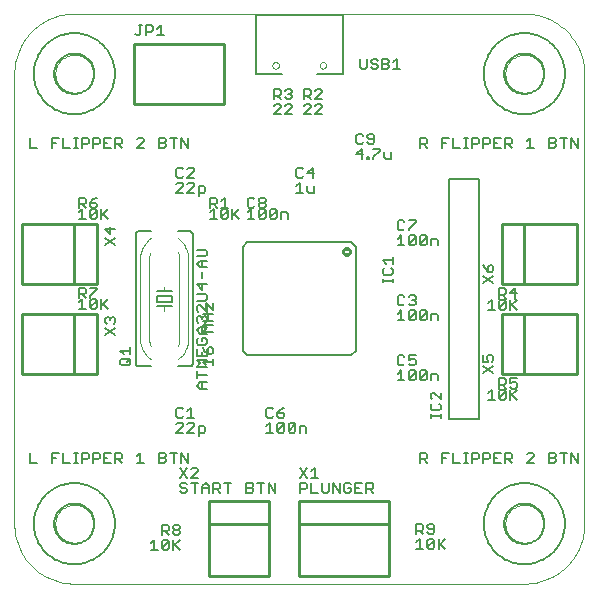
<source format=gto>
G75*
G70*
%OFA0B0*%
%FSLAX24Y24*%
%IPPOS*%
%LPD*%
%AMOC8*
5,1,8,0,0,1.08239X$1,22.5*
%
%ADD10C,0.0000*%
%ADD11C,0.0050*%
%ADD12C,0.0060*%
%ADD13C,0.0100*%
%ADD14C,0.0080*%
%ADD15C,0.0020*%
D10*
X000655Y002655D02*
X000655Y017655D01*
X002025Y017655D02*
X002027Y017705D01*
X002033Y017755D01*
X002043Y017804D01*
X002057Y017852D01*
X002074Y017899D01*
X002095Y017944D01*
X002120Y017988D01*
X002148Y018029D01*
X002180Y018068D01*
X002214Y018105D01*
X002251Y018139D01*
X002291Y018169D01*
X002333Y018196D01*
X002377Y018220D01*
X002423Y018241D01*
X002470Y018257D01*
X002518Y018270D01*
X002568Y018279D01*
X002617Y018284D01*
X002668Y018285D01*
X002718Y018282D01*
X002767Y018275D01*
X002816Y018264D01*
X002864Y018249D01*
X002910Y018231D01*
X002955Y018209D01*
X002998Y018183D01*
X003039Y018154D01*
X003078Y018122D01*
X003114Y018087D01*
X003146Y018049D01*
X003176Y018009D01*
X003203Y017966D01*
X003226Y017922D01*
X003245Y017876D01*
X003261Y017828D01*
X003273Y017779D01*
X003281Y017730D01*
X003285Y017680D01*
X003285Y017630D01*
X003281Y017580D01*
X003273Y017531D01*
X003261Y017482D01*
X003245Y017434D01*
X003226Y017388D01*
X003203Y017344D01*
X003176Y017301D01*
X003146Y017261D01*
X003114Y017223D01*
X003078Y017188D01*
X003039Y017156D01*
X002998Y017127D01*
X002955Y017101D01*
X002910Y017079D01*
X002864Y017061D01*
X002816Y017046D01*
X002767Y017035D01*
X002718Y017028D01*
X002668Y017025D01*
X002617Y017026D01*
X002568Y017031D01*
X002518Y017040D01*
X002470Y017053D01*
X002423Y017069D01*
X002377Y017090D01*
X002333Y017114D01*
X002291Y017141D01*
X002251Y017171D01*
X002214Y017205D01*
X002180Y017242D01*
X002148Y017281D01*
X002120Y017322D01*
X002095Y017366D01*
X002074Y017411D01*
X002057Y017458D01*
X002043Y017506D01*
X002033Y017555D01*
X002027Y017605D01*
X002025Y017655D01*
X000655Y017655D02*
X000657Y017750D01*
X000664Y017845D01*
X000675Y017940D01*
X000691Y018034D01*
X000711Y018127D01*
X000736Y018218D01*
X000765Y018309D01*
X000798Y018398D01*
X000836Y018486D01*
X000877Y018571D01*
X000923Y018655D01*
X000972Y018736D01*
X001026Y018815D01*
X001083Y018891D01*
X001144Y018965D01*
X001208Y019035D01*
X001275Y019102D01*
X001345Y019166D01*
X001419Y019227D01*
X001495Y019284D01*
X001574Y019338D01*
X001655Y019387D01*
X001739Y019433D01*
X001824Y019474D01*
X001912Y019512D01*
X002001Y019545D01*
X002092Y019574D01*
X002183Y019599D01*
X002276Y019619D01*
X002370Y019635D01*
X002465Y019646D01*
X002560Y019653D01*
X002655Y019655D01*
X017655Y019655D01*
X017025Y017655D02*
X017027Y017705D01*
X017033Y017755D01*
X017043Y017804D01*
X017057Y017852D01*
X017074Y017899D01*
X017095Y017944D01*
X017120Y017988D01*
X017148Y018029D01*
X017180Y018068D01*
X017214Y018105D01*
X017251Y018139D01*
X017291Y018169D01*
X017333Y018196D01*
X017377Y018220D01*
X017423Y018241D01*
X017470Y018257D01*
X017518Y018270D01*
X017568Y018279D01*
X017617Y018284D01*
X017668Y018285D01*
X017718Y018282D01*
X017767Y018275D01*
X017816Y018264D01*
X017864Y018249D01*
X017910Y018231D01*
X017955Y018209D01*
X017998Y018183D01*
X018039Y018154D01*
X018078Y018122D01*
X018114Y018087D01*
X018146Y018049D01*
X018176Y018009D01*
X018203Y017966D01*
X018226Y017922D01*
X018245Y017876D01*
X018261Y017828D01*
X018273Y017779D01*
X018281Y017730D01*
X018285Y017680D01*
X018285Y017630D01*
X018281Y017580D01*
X018273Y017531D01*
X018261Y017482D01*
X018245Y017434D01*
X018226Y017388D01*
X018203Y017344D01*
X018176Y017301D01*
X018146Y017261D01*
X018114Y017223D01*
X018078Y017188D01*
X018039Y017156D01*
X017998Y017127D01*
X017955Y017101D01*
X017910Y017079D01*
X017864Y017061D01*
X017816Y017046D01*
X017767Y017035D01*
X017718Y017028D01*
X017668Y017025D01*
X017617Y017026D01*
X017568Y017031D01*
X017518Y017040D01*
X017470Y017053D01*
X017423Y017069D01*
X017377Y017090D01*
X017333Y017114D01*
X017291Y017141D01*
X017251Y017171D01*
X017214Y017205D01*
X017180Y017242D01*
X017148Y017281D01*
X017120Y017322D01*
X017095Y017366D01*
X017074Y017411D01*
X017057Y017458D01*
X017043Y017506D01*
X017033Y017555D01*
X017027Y017605D01*
X017025Y017655D01*
X017655Y019655D02*
X017750Y019653D01*
X017845Y019646D01*
X017940Y019635D01*
X018034Y019619D01*
X018127Y019599D01*
X018218Y019574D01*
X018309Y019545D01*
X018398Y019512D01*
X018486Y019474D01*
X018571Y019433D01*
X018655Y019387D01*
X018736Y019338D01*
X018815Y019284D01*
X018891Y019227D01*
X018965Y019166D01*
X019035Y019102D01*
X019102Y019035D01*
X019166Y018965D01*
X019227Y018891D01*
X019284Y018815D01*
X019338Y018736D01*
X019387Y018655D01*
X019433Y018571D01*
X019474Y018486D01*
X019512Y018398D01*
X019545Y018309D01*
X019574Y018218D01*
X019599Y018127D01*
X019619Y018034D01*
X019635Y017940D01*
X019646Y017845D01*
X019653Y017750D01*
X019655Y017655D01*
X019655Y002655D01*
X017025Y002655D02*
X017027Y002705D01*
X017033Y002755D01*
X017043Y002804D01*
X017057Y002852D01*
X017074Y002899D01*
X017095Y002944D01*
X017120Y002988D01*
X017148Y003029D01*
X017180Y003068D01*
X017214Y003105D01*
X017251Y003139D01*
X017291Y003169D01*
X017333Y003196D01*
X017377Y003220D01*
X017423Y003241D01*
X017470Y003257D01*
X017518Y003270D01*
X017568Y003279D01*
X017617Y003284D01*
X017668Y003285D01*
X017718Y003282D01*
X017767Y003275D01*
X017816Y003264D01*
X017864Y003249D01*
X017910Y003231D01*
X017955Y003209D01*
X017998Y003183D01*
X018039Y003154D01*
X018078Y003122D01*
X018114Y003087D01*
X018146Y003049D01*
X018176Y003009D01*
X018203Y002966D01*
X018226Y002922D01*
X018245Y002876D01*
X018261Y002828D01*
X018273Y002779D01*
X018281Y002730D01*
X018285Y002680D01*
X018285Y002630D01*
X018281Y002580D01*
X018273Y002531D01*
X018261Y002482D01*
X018245Y002434D01*
X018226Y002388D01*
X018203Y002344D01*
X018176Y002301D01*
X018146Y002261D01*
X018114Y002223D01*
X018078Y002188D01*
X018039Y002156D01*
X017998Y002127D01*
X017955Y002101D01*
X017910Y002079D01*
X017864Y002061D01*
X017816Y002046D01*
X017767Y002035D01*
X017718Y002028D01*
X017668Y002025D01*
X017617Y002026D01*
X017568Y002031D01*
X017518Y002040D01*
X017470Y002053D01*
X017423Y002069D01*
X017377Y002090D01*
X017333Y002114D01*
X017291Y002141D01*
X017251Y002171D01*
X017214Y002205D01*
X017180Y002242D01*
X017148Y002281D01*
X017120Y002322D01*
X017095Y002366D01*
X017074Y002411D01*
X017057Y002458D01*
X017043Y002506D01*
X017033Y002555D01*
X017027Y002605D01*
X017025Y002655D01*
X017655Y000655D02*
X017750Y000657D01*
X017845Y000664D01*
X017940Y000675D01*
X018034Y000691D01*
X018127Y000711D01*
X018218Y000736D01*
X018309Y000765D01*
X018398Y000798D01*
X018486Y000836D01*
X018571Y000877D01*
X018655Y000923D01*
X018736Y000972D01*
X018815Y001026D01*
X018891Y001083D01*
X018965Y001144D01*
X019035Y001208D01*
X019102Y001275D01*
X019166Y001345D01*
X019227Y001419D01*
X019284Y001495D01*
X019338Y001574D01*
X019387Y001655D01*
X019433Y001739D01*
X019474Y001824D01*
X019512Y001912D01*
X019545Y002001D01*
X019574Y002092D01*
X019599Y002183D01*
X019619Y002276D01*
X019635Y002370D01*
X019646Y002465D01*
X019653Y002560D01*
X019655Y002655D01*
X017655Y000655D02*
X002655Y000655D01*
X002025Y002655D02*
X002027Y002705D01*
X002033Y002755D01*
X002043Y002804D01*
X002057Y002852D01*
X002074Y002899D01*
X002095Y002944D01*
X002120Y002988D01*
X002148Y003029D01*
X002180Y003068D01*
X002214Y003105D01*
X002251Y003139D01*
X002291Y003169D01*
X002333Y003196D01*
X002377Y003220D01*
X002423Y003241D01*
X002470Y003257D01*
X002518Y003270D01*
X002568Y003279D01*
X002617Y003284D01*
X002668Y003285D01*
X002718Y003282D01*
X002767Y003275D01*
X002816Y003264D01*
X002864Y003249D01*
X002910Y003231D01*
X002955Y003209D01*
X002998Y003183D01*
X003039Y003154D01*
X003078Y003122D01*
X003114Y003087D01*
X003146Y003049D01*
X003176Y003009D01*
X003203Y002966D01*
X003226Y002922D01*
X003245Y002876D01*
X003261Y002828D01*
X003273Y002779D01*
X003281Y002730D01*
X003285Y002680D01*
X003285Y002630D01*
X003281Y002580D01*
X003273Y002531D01*
X003261Y002482D01*
X003245Y002434D01*
X003226Y002388D01*
X003203Y002344D01*
X003176Y002301D01*
X003146Y002261D01*
X003114Y002223D01*
X003078Y002188D01*
X003039Y002156D01*
X002998Y002127D01*
X002955Y002101D01*
X002910Y002079D01*
X002864Y002061D01*
X002816Y002046D01*
X002767Y002035D01*
X002718Y002028D01*
X002668Y002025D01*
X002617Y002026D01*
X002568Y002031D01*
X002518Y002040D01*
X002470Y002053D01*
X002423Y002069D01*
X002377Y002090D01*
X002333Y002114D01*
X002291Y002141D01*
X002251Y002171D01*
X002214Y002205D01*
X002180Y002242D01*
X002148Y002281D01*
X002120Y002322D01*
X002095Y002366D01*
X002074Y002411D01*
X002057Y002458D01*
X002043Y002506D01*
X002033Y002555D01*
X002027Y002605D01*
X002025Y002655D01*
X000655Y002655D02*
X000657Y002560D01*
X000664Y002465D01*
X000675Y002370D01*
X000691Y002276D01*
X000711Y002183D01*
X000736Y002092D01*
X000765Y002001D01*
X000798Y001912D01*
X000836Y001824D01*
X000877Y001739D01*
X000923Y001655D01*
X000972Y001574D01*
X001026Y001495D01*
X001083Y001419D01*
X001144Y001345D01*
X001208Y001275D01*
X001275Y001208D01*
X001345Y001144D01*
X001419Y001083D01*
X001495Y001026D01*
X001574Y000972D01*
X001655Y000923D01*
X001739Y000877D01*
X001824Y000836D01*
X001912Y000798D01*
X002001Y000765D01*
X002092Y000736D01*
X002183Y000711D01*
X002276Y000691D01*
X002370Y000675D01*
X002465Y000664D01*
X002560Y000657D01*
X002655Y000655D01*
X009260Y017934D02*
X009262Y017954D01*
X009268Y017974D01*
X009277Y017992D01*
X009290Y018009D01*
X009305Y018022D01*
X009323Y018032D01*
X009343Y018039D01*
X009363Y018042D01*
X009383Y018041D01*
X009403Y018036D01*
X009422Y018028D01*
X009439Y018016D01*
X009453Y018001D01*
X009464Y017983D01*
X009472Y017964D01*
X009476Y017944D01*
X009476Y017924D01*
X009472Y017904D01*
X009464Y017885D01*
X009453Y017867D01*
X009439Y017852D01*
X009422Y017840D01*
X009403Y017832D01*
X009383Y017827D01*
X009363Y017826D01*
X009343Y017829D01*
X009323Y017836D01*
X009305Y017846D01*
X009290Y017859D01*
X009277Y017876D01*
X009268Y017894D01*
X009262Y017914D01*
X009260Y017934D01*
X010835Y017934D02*
X010837Y017954D01*
X010843Y017974D01*
X010852Y017992D01*
X010865Y018009D01*
X010880Y018022D01*
X010898Y018032D01*
X010918Y018039D01*
X010938Y018042D01*
X010958Y018041D01*
X010978Y018036D01*
X010997Y018028D01*
X011014Y018016D01*
X011028Y018001D01*
X011039Y017983D01*
X011047Y017964D01*
X011051Y017944D01*
X011051Y017924D01*
X011047Y017904D01*
X011039Y017885D01*
X011028Y017867D01*
X011014Y017852D01*
X010997Y017840D01*
X010978Y017832D01*
X010958Y017827D01*
X010938Y017826D01*
X010918Y017829D01*
X010898Y017836D01*
X010880Y017846D01*
X010865Y017859D01*
X010852Y017876D01*
X010843Y017894D01*
X010837Y017914D01*
X010835Y017934D01*
D11*
X010746Y017658D02*
X011612Y017658D01*
X011612Y019627D01*
X008698Y019627D01*
X008698Y017658D01*
X009565Y017658D01*
D12*
X009480Y017150D02*
X009310Y017150D01*
X009310Y016810D01*
X009310Y016924D02*
X009480Y016924D01*
X009537Y016980D01*
X009537Y017094D01*
X009480Y017150D01*
X009678Y017094D02*
X009735Y017150D01*
X009849Y017150D01*
X009905Y017094D01*
X009905Y017037D01*
X009849Y016980D01*
X009905Y016924D01*
X009905Y016867D01*
X009849Y016810D01*
X009735Y016810D01*
X009678Y016867D01*
X009537Y016810D02*
X009424Y016924D01*
X009480Y016650D02*
X009367Y016650D01*
X009310Y016594D01*
X009480Y016650D02*
X009537Y016594D01*
X009537Y016537D01*
X009310Y016310D01*
X009537Y016310D01*
X009678Y016310D02*
X009905Y016537D01*
X009905Y016594D01*
X009849Y016650D01*
X009735Y016650D01*
X009678Y016594D01*
X009678Y016310D02*
X009905Y016310D01*
X010310Y016310D02*
X010537Y016537D01*
X010537Y016594D01*
X010480Y016650D01*
X010367Y016650D01*
X010310Y016594D01*
X010310Y016810D02*
X010310Y017150D01*
X010480Y017150D01*
X010537Y017094D01*
X010537Y016980D01*
X010480Y016924D01*
X010310Y016924D01*
X010424Y016924D02*
X010537Y016810D01*
X010678Y016810D02*
X010905Y017037D01*
X010905Y017094D01*
X010849Y017150D01*
X010735Y017150D01*
X010678Y017094D01*
X010678Y016810D02*
X010905Y016810D01*
X010849Y016650D02*
X010735Y016650D01*
X010678Y016594D01*
X010849Y016650D02*
X010905Y016594D01*
X010905Y016537D01*
X010678Y016310D01*
X010905Y016310D01*
X010537Y016310D02*
X010310Y016310D01*
X009849Y016980D02*
X009792Y016980D01*
X012060Y015594D02*
X012060Y015367D01*
X012117Y015310D01*
X012230Y015310D01*
X012287Y015367D01*
X012428Y015367D02*
X012485Y015310D01*
X012599Y015310D01*
X012655Y015367D01*
X012655Y015594D01*
X012599Y015650D01*
X012485Y015650D01*
X012428Y015594D01*
X012428Y015537D01*
X012485Y015480D01*
X012655Y015480D01*
X012613Y015150D02*
X012839Y015150D01*
X012839Y015094D01*
X012613Y014867D01*
X012613Y014810D01*
X012485Y014810D02*
X012485Y014867D01*
X012428Y014867D01*
X012428Y014810D01*
X012485Y014810D01*
X012230Y014810D02*
X012230Y015150D01*
X012060Y014980D01*
X012287Y014980D01*
X012287Y015594D02*
X012230Y015650D01*
X012117Y015650D01*
X012060Y015594D01*
X012981Y015037D02*
X012981Y014867D01*
X013038Y014810D01*
X013208Y014810D01*
X013208Y015037D01*
X014185Y015185D02*
X014185Y015525D01*
X014355Y015525D01*
X014412Y015469D01*
X014412Y015355D01*
X014355Y015299D01*
X014185Y015299D01*
X014299Y015299D02*
X014412Y015185D01*
X014922Y015185D02*
X014922Y015525D01*
X015149Y015525D01*
X015290Y015525D02*
X015290Y015185D01*
X015517Y015185D01*
X015658Y015185D02*
X015772Y015185D01*
X015715Y015185D02*
X015715Y015525D01*
X015658Y015525D02*
X015772Y015525D01*
X015904Y015525D02*
X016074Y015525D01*
X016131Y015469D01*
X016131Y015355D01*
X016074Y015299D01*
X015904Y015299D01*
X015904Y015185D02*
X015904Y015525D01*
X016272Y015525D02*
X016272Y015185D01*
X016272Y015299D02*
X016442Y015299D01*
X016499Y015355D01*
X016499Y015469D01*
X016442Y015525D01*
X016272Y015525D01*
X016640Y015525D02*
X016640Y015185D01*
X016867Y015185D01*
X017009Y015185D02*
X017009Y015525D01*
X017179Y015525D01*
X017236Y015469D01*
X017236Y015355D01*
X017179Y015299D01*
X017009Y015299D01*
X017122Y015299D02*
X017236Y015185D01*
X016867Y015525D02*
X016640Y015525D01*
X016640Y015355D02*
X016754Y015355D01*
X017745Y015412D02*
X017859Y015525D01*
X017859Y015185D01*
X017972Y015185D02*
X017745Y015185D01*
X018482Y015185D02*
X018652Y015185D01*
X018709Y015242D01*
X018709Y015299D01*
X018652Y015355D01*
X018482Y015355D01*
X018482Y015185D02*
X018482Y015525D01*
X018652Y015525D01*
X018709Y015469D01*
X018709Y015412D01*
X018652Y015355D01*
X018850Y015525D02*
X019077Y015525D01*
X018964Y015525D02*
X018964Y015185D01*
X019219Y015185D02*
X019219Y015525D01*
X019445Y015185D01*
X019445Y015525D01*
X016305Y017655D02*
X016307Y017728D01*
X016313Y017801D01*
X016323Y017873D01*
X016337Y017945D01*
X016354Y018016D01*
X016376Y018086D01*
X016401Y018155D01*
X016430Y018222D01*
X016462Y018287D01*
X016498Y018351D01*
X016538Y018413D01*
X016580Y018472D01*
X016626Y018529D01*
X016675Y018583D01*
X016727Y018635D01*
X016781Y018684D01*
X016838Y018730D01*
X016897Y018772D01*
X016959Y018812D01*
X017023Y018848D01*
X017088Y018880D01*
X017155Y018909D01*
X017224Y018934D01*
X017294Y018956D01*
X017365Y018973D01*
X017437Y018987D01*
X017509Y018997D01*
X017582Y019003D01*
X017655Y019005D01*
X017728Y019003D01*
X017801Y018997D01*
X017873Y018987D01*
X017945Y018973D01*
X018016Y018956D01*
X018086Y018934D01*
X018155Y018909D01*
X018222Y018880D01*
X018287Y018848D01*
X018351Y018812D01*
X018413Y018772D01*
X018472Y018730D01*
X018529Y018684D01*
X018583Y018635D01*
X018635Y018583D01*
X018684Y018529D01*
X018730Y018472D01*
X018772Y018413D01*
X018812Y018351D01*
X018848Y018287D01*
X018880Y018222D01*
X018909Y018155D01*
X018934Y018086D01*
X018956Y018016D01*
X018973Y017945D01*
X018987Y017873D01*
X018997Y017801D01*
X019003Y017728D01*
X019005Y017655D01*
X019003Y017582D01*
X018997Y017509D01*
X018987Y017437D01*
X018973Y017365D01*
X018956Y017294D01*
X018934Y017224D01*
X018909Y017155D01*
X018880Y017088D01*
X018848Y017023D01*
X018812Y016959D01*
X018772Y016897D01*
X018730Y016838D01*
X018684Y016781D01*
X018635Y016727D01*
X018583Y016675D01*
X018529Y016626D01*
X018472Y016580D01*
X018413Y016538D01*
X018351Y016498D01*
X018287Y016462D01*
X018222Y016430D01*
X018155Y016401D01*
X018086Y016376D01*
X018016Y016354D01*
X017945Y016337D01*
X017873Y016323D01*
X017801Y016313D01*
X017728Y016307D01*
X017655Y016305D01*
X017582Y016307D01*
X017509Y016313D01*
X017437Y016323D01*
X017365Y016337D01*
X017294Y016354D01*
X017224Y016376D01*
X017155Y016401D01*
X017088Y016430D01*
X017023Y016462D01*
X016959Y016498D01*
X016897Y016538D01*
X016838Y016580D01*
X016781Y016626D01*
X016727Y016675D01*
X016675Y016727D01*
X016626Y016781D01*
X016580Y016838D01*
X016538Y016897D01*
X016498Y016959D01*
X016462Y017023D01*
X016430Y017088D01*
X016401Y017155D01*
X016376Y017224D01*
X016354Y017294D01*
X016337Y017365D01*
X016323Y017437D01*
X016313Y017509D01*
X016307Y017582D01*
X016305Y017655D01*
X015035Y015355D02*
X014922Y015355D01*
X013517Y017810D02*
X013290Y017810D01*
X013403Y017810D02*
X013403Y018150D01*
X013290Y018037D01*
X013149Y018037D02*
X013149Y018094D01*
X013092Y018150D01*
X012922Y018150D01*
X012922Y017810D01*
X013092Y017810D01*
X013149Y017867D01*
X013149Y017924D01*
X013092Y017980D01*
X012922Y017980D01*
X012780Y017924D02*
X012780Y017867D01*
X012724Y017810D01*
X012610Y017810D01*
X012553Y017867D01*
X012610Y017980D02*
X012553Y018037D01*
X012553Y018094D01*
X012610Y018150D01*
X012724Y018150D01*
X012780Y018094D01*
X012724Y017980D02*
X012780Y017924D01*
X012724Y017980D02*
X012610Y017980D01*
X012412Y017867D02*
X012412Y018150D01*
X012185Y018150D02*
X012185Y017867D01*
X012242Y017810D01*
X012355Y017810D01*
X012412Y017867D01*
X013092Y017980D02*
X013149Y018037D01*
X010599Y014525D02*
X010428Y014355D01*
X010655Y014355D01*
X010599Y014185D02*
X010599Y014525D01*
X010287Y014469D02*
X010230Y014525D01*
X010117Y014525D01*
X010060Y014469D01*
X010060Y014242D01*
X010117Y014185D01*
X010230Y014185D01*
X010287Y014242D01*
X010174Y014025D02*
X010174Y013685D01*
X010287Y013685D02*
X010060Y013685D01*
X010060Y013912D02*
X010174Y014025D01*
X010428Y013912D02*
X010428Y013742D01*
X010485Y013685D01*
X010655Y013685D01*
X010655Y013912D01*
X009767Y012980D02*
X009767Y012810D01*
X009767Y012980D02*
X009710Y013037D01*
X009540Y013037D01*
X009540Y012810D01*
X009399Y012867D02*
X009342Y012810D01*
X009228Y012810D01*
X009172Y012867D01*
X009399Y013094D01*
X009399Y012867D01*
X009399Y013094D02*
X009342Y013150D01*
X009228Y013150D01*
X009172Y013094D01*
X009172Y012867D01*
X009030Y012867D02*
X009030Y013094D01*
X008803Y012867D01*
X008860Y012810D01*
X008974Y012810D01*
X009030Y012867D01*
X008803Y012867D02*
X008803Y013094D01*
X008860Y013150D01*
X008974Y013150D01*
X009030Y013094D01*
X008974Y013185D02*
X008860Y013185D01*
X008803Y013242D01*
X008803Y013299D01*
X008860Y013355D01*
X008974Y013355D01*
X009030Y013299D01*
X009030Y013242D01*
X008974Y013185D01*
X008974Y013355D02*
X009030Y013412D01*
X009030Y013469D01*
X008974Y013525D01*
X008860Y013525D01*
X008803Y013469D01*
X008803Y013412D01*
X008860Y013355D01*
X008662Y013242D02*
X008605Y013185D01*
X008492Y013185D01*
X008435Y013242D01*
X008435Y013469D01*
X008492Y013525D01*
X008605Y013525D01*
X008662Y013469D01*
X008549Y013150D02*
X008435Y013037D01*
X008549Y013150D02*
X008549Y012810D01*
X008662Y012810D02*
X008435Y012810D01*
X008149Y012810D02*
X007978Y012980D01*
X007922Y012924D02*
X008149Y013150D01*
X007922Y013150D02*
X007922Y012810D01*
X007780Y012867D02*
X007780Y013094D01*
X007553Y012867D01*
X007610Y012810D01*
X007724Y012810D01*
X007780Y012867D01*
X007553Y012867D02*
X007553Y013094D01*
X007610Y013150D01*
X007724Y013150D01*
X007780Y013094D01*
X007780Y013185D02*
X007553Y013185D01*
X007667Y013185D02*
X007667Y013525D01*
X007553Y013412D01*
X007412Y013469D02*
X007412Y013355D01*
X007355Y013299D01*
X007185Y013299D01*
X007299Y013299D02*
X007412Y013185D01*
X007299Y013150D02*
X007299Y012810D01*
X007412Y012810D02*
X007185Y012810D01*
X007185Y013037D02*
X007299Y013150D01*
X007185Y013185D02*
X007185Y013525D01*
X007355Y013525D01*
X007412Y013469D01*
X007024Y013742D02*
X007024Y013855D01*
X006967Y013912D01*
X006797Y013912D01*
X006797Y013572D01*
X006797Y013685D02*
X006967Y013685D01*
X007024Y013742D01*
X006655Y013685D02*
X006428Y013685D01*
X006655Y013912D01*
X006655Y013969D01*
X006599Y014025D01*
X006485Y014025D01*
X006428Y013969D01*
X006287Y013969D02*
X006230Y014025D01*
X006117Y014025D01*
X006060Y013969D01*
X006117Y014185D02*
X006230Y014185D01*
X006287Y014242D01*
X006428Y014185D02*
X006655Y014412D01*
X006655Y014469D01*
X006599Y014525D01*
X006485Y014525D01*
X006428Y014469D01*
X006287Y014469D02*
X006230Y014525D01*
X006117Y014525D01*
X006060Y014469D01*
X006060Y014242D01*
X006117Y014185D01*
X006287Y013969D02*
X006287Y013912D01*
X006060Y013685D01*
X006287Y013685D01*
X006428Y014185D02*
X006655Y014185D01*
X006445Y015185D02*
X006445Y015525D01*
X006219Y015525D02*
X006445Y015185D01*
X006219Y015185D02*
X006219Y015525D01*
X006077Y015525D02*
X005850Y015525D01*
X005964Y015525D02*
X005964Y015185D01*
X005709Y015242D02*
X005652Y015185D01*
X005482Y015185D01*
X005482Y015525D01*
X005652Y015525D01*
X005709Y015469D01*
X005709Y015412D01*
X005652Y015355D01*
X005482Y015355D01*
X005652Y015355D02*
X005709Y015299D01*
X005709Y015242D01*
X004972Y015185D02*
X004745Y015185D01*
X004972Y015412D01*
X004972Y015469D01*
X004916Y015525D01*
X004802Y015525D01*
X004745Y015469D01*
X004236Y015469D02*
X004236Y015355D01*
X004179Y015299D01*
X004009Y015299D01*
X004122Y015299D02*
X004236Y015185D01*
X004009Y015185D02*
X004009Y015525D01*
X004179Y015525D01*
X004236Y015469D01*
X003867Y015525D02*
X003640Y015525D01*
X003640Y015185D01*
X003867Y015185D01*
X003754Y015355D02*
X003640Y015355D01*
X003499Y015355D02*
X003442Y015299D01*
X003272Y015299D01*
X003272Y015185D02*
X003272Y015525D01*
X003442Y015525D01*
X003499Y015469D01*
X003499Y015355D01*
X003131Y015355D02*
X003074Y015299D01*
X002904Y015299D01*
X002904Y015185D02*
X002904Y015525D01*
X003074Y015525D01*
X003131Y015469D01*
X003131Y015355D01*
X002772Y015185D02*
X002658Y015185D01*
X002715Y015185D02*
X002715Y015525D01*
X002658Y015525D02*
X002772Y015525D01*
X002517Y015185D02*
X002290Y015185D01*
X002290Y015525D01*
X002149Y015525D02*
X001922Y015525D01*
X001922Y015185D01*
X001922Y015355D02*
X002035Y015355D01*
X001412Y015185D02*
X001185Y015185D01*
X001185Y015525D01*
X002810Y013525D02*
X002980Y013525D01*
X003037Y013469D01*
X003037Y013355D01*
X002980Y013299D01*
X002810Y013299D01*
X002924Y013299D02*
X003037Y013185D01*
X002924Y013150D02*
X002924Y012810D01*
X003037Y012810D02*
X002810Y012810D01*
X002810Y013037D02*
X002924Y013150D01*
X002810Y013185D02*
X002810Y013525D01*
X003178Y013355D02*
X003349Y013355D01*
X003405Y013299D01*
X003405Y013242D01*
X003349Y013185D01*
X003235Y013185D01*
X003178Y013242D01*
X003178Y013355D01*
X003292Y013469D01*
X003405Y013525D01*
X003349Y013150D02*
X003235Y013150D01*
X003178Y013094D01*
X003178Y012867D01*
X003405Y013094D01*
X003405Y012867D01*
X003349Y012810D01*
X003235Y012810D01*
X003178Y012867D01*
X003405Y013094D02*
X003349Y013150D01*
X003547Y013150D02*
X003547Y012810D01*
X003547Y012924D02*
X003774Y013150D01*
X003603Y012980D02*
X003774Y012810D01*
X003855Y012544D02*
X003855Y012317D01*
X003685Y012487D01*
X004025Y012487D01*
X004025Y012175D02*
X003685Y011949D01*
X003685Y012175D02*
X004025Y011949D01*
X004705Y012305D02*
X004705Y008005D01*
X004707Y007988D01*
X004711Y007971D01*
X004718Y007955D01*
X004728Y007941D01*
X004741Y007928D01*
X004755Y007918D01*
X004771Y007911D01*
X004788Y007907D01*
X004805Y007905D01*
X005205Y007905D01*
X004525Y007992D02*
X004468Y007935D01*
X004242Y007935D01*
X004185Y007992D01*
X004185Y008105D01*
X004242Y008162D01*
X004468Y008162D01*
X004525Y008105D01*
X004525Y007992D01*
X004412Y008049D02*
X004525Y008162D01*
X004525Y008303D02*
X004525Y008530D01*
X004525Y008417D02*
X004185Y008417D01*
X004298Y008303D01*
X004025Y008949D02*
X003685Y009175D01*
X003742Y009317D02*
X003685Y009374D01*
X003685Y009487D01*
X003742Y009544D01*
X003798Y009544D01*
X003855Y009487D01*
X003912Y009544D01*
X003968Y009544D01*
X004025Y009487D01*
X004025Y009374D01*
X003968Y009317D01*
X004025Y009175D02*
X003685Y008949D01*
X003855Y009430D02*
X003855Y009487D01*
X003774Y009810D02*
X003603Y009980D01*
X003547Y009924D02*
X003774Y010150D01*
X003547Y010150D02*
X003547Y009810D01*
X003405Y009867D02*
X003405Y010094D01*
X003178Y009867D01*
X003235Y009810D01*
X003349Y009810D01*
X003405Y009867D01*
X003178Y009867D02*
X003178Y010094D01*
X003235Y010150D01*
X003349Y010150D01*
X003405Y010094D01*
X003178Y010185D02*
X003178Y010242D01*
X003405Y010469D01*
X003405Y010525D01*
X003178Y010525D01*
X003037Y010469D02*
X003037Y010355D01*
X002980Y010299D01*
X002810Y010299D01*
X002924Y010299D02*
X003037Y010185D01*
X002924Y010150D02*
X002810Y010037D01*
X002810Y010185D02*
X002810Y010525D01*
X002980Y010525D01*
X003037Y010469D01*
X002924Y010150D02*
X002924Y009810D01*
X003037Y009810D02*
X002810Y009810D01*
X004705Y012305D02*
X004707Y012322D01*
X004711Y012339D01*
X004718Y012355D01*
X004728Y012369D01*
X004741Y012382D01*
X004755Y012392D01*
X004771Y012399D01*
X004788Y012403D01*
X004805Y012405D01*
X005205Y012405D01*
X006105Y012405D02*
X006505Y012405D01*
X006522Y012403D01*
X006539Y012399D01*
X006555Y012392D01*
X006569Y012382D01*
X006582Y012369D01*
X006592Y012355D01*
X006599Y012339D01*
X006603Y012322D01*
X006605Y012305D01*
X006605Y008005D01*
X006603Y007988D01*
X006599Y007971D01*
X006592Y007955D01*
X006582Y007941D01*
X006569Y007928D01*
X006555Y007918D01*
X006539Y007911D01*
X006522Y007907D01*
X006505Y007905D01*
X006105Y007905D01*
X006738Y007884D02*
X006851Y007997D01*
X006738Y008111D01*
X007078Y008111D01*
X007078Y008252D02*
X006738Y008252D01*
X006738Y008479D01*
X006795Y008620D02*
X007022Y008620D01*
X007078Y008677D01*
X007078Y008790D01*
X007022Y008847D01*
X006908Y008847D01*
X006908Y008734D01*
X006795Y008847D02*
X006738Y008790D01*
X006738Y008677D01*
X006795Y008620D01*
X006935Y008530D02*
X006992Y008417D01*
X007105Y008303D01*
X007105Y008474D01*
X007162Y008530D01*
X007218Y008530D01*
X007275Y008474D01*
X007275Y008360D01*
X007218Y008303D01*
X007105Y008303D01*
X007078Y008252D02*
X007078Y008479D01*
X006908Y008365D02*
X006908Y008252D01*
X006935Y008049D02*
X007275Y008049D01*
X007275Y008162D02*
X007275Y007935D01*
X007078Y007884D02*
X006738Y007884D01*
X006738Y007742D02*
X006738Y007515D01*
X006738Y007629D02*
X007078Y007629D01*
X007078Y007374D02*
X006851Y007374D01*
X006738Y007260D01*
X006851Y007147D01*
X007078Y007147D01*
X006908Y007147D02*
X006908Y007374D01*
X007048Y007935D02*
X006935Y008049D01*
X006908Y008989D02*
X006908Y009215D01*
X006851Y009215D02*
X007078Y009215D01*
X007048Y009153D02*
X006935Y009267D01*
X007275Y009267D01*
X007275Y009408D02*
X006935Y009408D01*
X006908Y009470D02*
X006908Y009527D01*
X006965Y009584D01*
X007022Y009584D01*
X007078Y009527D01*
X007078Y009414D01*
X007022Y009357D01*
X007105Y009408D02*
X007105Y009635D01*
X007078Y009725D02*
X006851Y009952D01*
X006795Y009952D01*
X006738Y009895D01*
X006738Y009782D01*
X006795Y009725D01*
X006795Y009584D02*
X006851Y009584D01*
X006908Y009527D01*
X006935Y009635D02*
X007275Y009635D01*
X007275Y009777D02*
X007275Y010004D01*
X007078Y009952D02*
X007078Y009725D01*
X007048Y009777D02*
X007048Y010004D01*
X007275Y009777D01*
X007022Y010094D02*
X007078Y010150D01*
X007078Y010264D01*
X007022Y010320D01*
X006738Y010320D01*
X006908Y010462D02*
X006908Y010689D01*
X006908Y010830D02*
X006908Y011057D01*
X006908Y011198D02*
X006908Y011425D01*
X006851Y011425D02*
X007078Y011425D01*
X007022Y011567D02*
X007078Y011623D01*
X007078Y011737D01*
X007022Y011794D01*
X006738Y011794D01*
X006738Y011567D02*
X007022Y011567D01*
X006851Y011425D02*
X006738Y011312D01*
X006851Y011198D01*
X007078Y011198D01*
X007078Y010632D02*
X006738Y010632D01*
X006908Y010462D01*
X007022Y010094D02*
X006738Y010094D01*
X006795Y009584D02*
X006738Y009527D01*
X006738Y009414D01*
X006795Y009357D01*
X006851Y009215D02*
X006738Y009102D01*
X006851Y008989D01*
X007078Y008989D01*
X006935Y009040D02*
X007048Y009153D01*
X006935Y009040D02*
X007275Y009040D01*
X005905Y009905D02*
X005655Y009905D01*
X005405Y009905D01*
X005405Y010055D02*
X005405Y010255D01*
X005905Y010255D01*
X005905Y010055D01*
X005405Y010055D01*
X005405Y010405D02*
X005655Y010405D01*
X005905Y010405D01*
X006117Y006525D02*
X006060Y006469D01*
X006060Y006242D01*
X006117Y006185D01*
X006230Y006185D01*
X006287Y006242D01*
X006428Y006185D02*
X006655Y006185D01*
X006542Y006185D02*
X006542Y006525D01*
X006428Y006412D01*
X006287Y006469D02*
X006230Y006525D01*
X006117Y006525D01*
X006117Y006025D02*
X006060Y005969D01*
X006117Y006025D02*
X006230Y006025D01*
X006287Y005969D01*
X006287Y005912D01*
X006060Y005685D01*
X006287Y005685D01*
X006428Y005685D02*
X006655Y005912D01*
X006655Y005969D01*
X006599Y006025D01*
X006485Y006025D01*
X006428Y005969D01*
X006428Y005685D02*
X006655Y005685D01*
X006797Y005685D02*
X006967Y005685D01*
X007024Y005742D01*
X007024Y005855D01*
X006967Y005912D01*
X006797Y005912D01*
X006797Y005572D01*
X006445Y005025D02*
X006445Y004685D01*
X006219Y005025D01*
X006219Y004685D01*
X006185Y004525D02*
X006412Y004185D01*
X006553Y004185D02*
X006780Y004412D01*
X006780Y004469D01*
X006724Y004525D01*
X006610Y004525D01*
X006553Y004469D01*
X006412Y004525D02*
X006185Y004185D01*
X006242Y004025D02*
X006185Y003969D01*
X006185Y003912D01*
X006242Y003855D01*
X006355Y003855D01*
X006412Y003799D01*
X006412Y003742D01*
X006355Y003685D01*
X006242Y003685D01*
X006185Y003742D01*
X006242Y004025D02*
X006355Y004025D01*
X006412Y003969D01*
X006553Y004025D02*
X006780Y004025D01*
X006667Y004025D02*
X006667Y003685D01*
X006922Y003685D02*
X006922Y003912D01*
X007035Y004025D01*
X007149Y003912D01*
X007149Y003685D01*
X007290Y003685D02*
X007290Y004025D01*
X007460Y004025D01*
X007517Y003969D01*
X007517Y003855D01*
X007460Y003799D01*
X007290Y003799D01*
X007403Y003799D02*
X007517Y003685D01*
X007772Y003685D02*
X007772Y004025D01*
X007885Y004025D02*
X007658Y004025D01*
X007149Y003855D02*
X006922Y003855D01*
X006780Y004185D02*
X006553Y004185D01*
X005964Y004685D02*
X005964Y005025D01*
X006077Y005025D02*
X005850Y005025D01*
X005709Y004969D02*
X005709Y004912D01*
X005652Y004855D01*
X005482Y004855D01*
X005482Y004685D02*
X005652Y004685D01*
X005709Y004742D01*
X005709Y004799D01*
X005652Y004855D01*
X005709Y004969D02*
X005652Y005025D01*
X005482Y005025D01*
X005482Y004685D01*
X004972Y004685D02*
X004745Y004685D01*
X004859Y004685D02*
X004859Y005025D01*
X004745Y004912D01*
X004236Y004969D02*
X004236Y004855D01*
X004179Y004799D01*
X004009Y004799D01*
X004122Y004799D02*
X004236Y004685D01*
X004009Y004685D02*
X004009Y005025D01*
X004179Y005025D01*
X004236Y004969D01*
X003867Y005025D02*
X003640Y005025D01*
X003640Y004685D01*
X003867Y004685D01*
X003754Y004855D02*
X003640Y004855D01*
X003499Y004855D02*
X003442Y004799D01*
X003272Y004799D01*
X003272Y004685D02*
X003272Y005025D01*
X003442Y005025D01*
X003499Y004969D01*
X003499Y004855D01*
X003131Y004855D02*
X003074Y004799D01*
X002904Y004799D01*
X002904Y004685D02*
X002904Y005025D01*
X003074Y005025D01*
X003131Y004969D01*
X003131Y004855D01*
X002772Y004685D02*
X002658Y004685D01*
X002715Y004685D02*
X002715Y005025D01*
X002658Y005025D02*
X002772Y005025D01*
X002517Y004685D02*
X002290Y004685D01*
X002290Y005025D01*
X002149Y005025D02*
X001922Y005025D01*
X001922Y004685D01*
X001922Y004855D02*
X002035Y004855D01*
X001412Y004685D02*
X001185Y004685D01*
X001185Y005025D01*
X001305Y002655D02*
X001307Y002728D01*
X001313Y002801D01*
X001323Y002873D01*
X001337Y002945D01*
X001354Y003016D01*
X001376Y003086D01*
X001401Y003155D01*
X001430Y003222D01*
X001462Y003287D01*
X001498Y003351D01*
X001538Y003413D01*
X001580Y003472D01*
X001626Y003529D01*
X001675Y003583D01*
X001727Y003635D01*
X001781Y003684D01*
X001838Y003730D01*
X001897Y003772D01*
X001959Y003812D01*
X002023Y003848D01*
X002088Y003880D01*
X002155Y003909D01*
X002224Y003934D01*
X002294Y003956D01*
X002365Y003973D01*
X002437Y003987D01*
X002509Y003997D01*
X002582Y004003D01*
X002655Y004005D01*
X002728Y004003D01*
X002801Y003997D01*
X002873Y003987D01*
X002945Y003973D01*
X003016Y003956D01*
X003086Y003934D01*
X003155Y003909D01*
X003222Y003880D01*
X003287Y003848D01*
X003351Y003812D01*
X003413Y003772D01*
X003472Y003730D01*
X003529Y003684D01*
X003583Y003635D01*
X003635Y003583D01*
X003684Y003529D01*
X003730Y003472D01*
X003772Y003413D01*
X003812Y003351D01*
X003848Y003287D01*
X003880Y003222D01*
X003909Y003155D01*
X003934Y003086D01*
X003956Y003016D01*
X003973Y002945D01*
X003987Y002873D01*
X003997Y002801D01*
X004003Y002728D01*
X004005Y002655D01*
X004003Y002582D01*
X003997Y002509D01*
X003987Y002437D01*
X003973Y002365D01*
X003956Y002294D01*
X003934Y002224D01*
X003909Y002155D01*
X003880Y002088D01*
X003848Y002023D01*
X003812Y001959D01*
X003772Y001897D01*
X003730Y001838D01*
X003684Y001781D01*
X003635Y001727D01*
X003583Y001675D01*
X003529Y001626D01*
X003472Y001580D01*
X003413Y001538D01*
X003351Y001498D01*
X003287Y001462D01*
X003222Y001430D01*
X003155Y001401D01*
X003086Y001376D01*
X003016Y001354D01*
X002945Y001337D01*
X002873Y001323D01*
X002801Y001313D01*
X002728Y001307D01*
X002655Y001305D01*
X002582Y001307D01*
X002509Y001313D01*
X002437Y001323D01*
X002365Y001337D01*
X002294Y001354D01*
X002224Y001376D01*
X002155Y001401D01*
X002088Y001430D01*
X002023Y001462D01*
X001959Y001498D01*
X001897Y001538D01*
X001838Y001580D01*
X001781Y001626D01*
X001727Y001675D01*
X001675Y001727D01*
X001626Y001781D01*
X001580Y001838D01*
X001538Y001897D01*
X001498Y001959D01*
X001462Y002023D01*
X001430Y002088D01*
X001401Y002155D01*
X001376Y002224D01*
X001354Y002294D01*
X001337Y002365D01*
X001323Y002437D01*
X001313Y002509D01*
X001307Y002582D01*
X001305Y002655D01*
X005205Y002012D02*
X005319Y002125D01*
X005319Y001785D01*
X005432Y001785D02*
X005205Y001785D01*
X005574Y001842D02*
X005574Y002069D01*
X005630Y002125D01*
X005744Y002125D01*
X005800Y002069D01*
X005574Y001842D01*
X005630Y001785D01*
X005744Y001785D01*
X005800Y001842D01*
X005800Y002069D01*
X005942Y002125D02*
X005942Y001785D01*
X005942Y001899D02*
X006169Y002125D01*
X006112Y002285D02*
X005999Y002285D01*
X005942Y002342D01*
X005942Y002399D01*
X005999Y002455D01*
X006112Y002455D01*
X006169Y002399D01*
X006169Y002342D01*
X006112Y002285D01*
X006112Y002455D02*
X006169Y002512D01*
X006169Y002569D01*
X006112Y002625D01*
X005999Y002625D01*
X005942Y002569D01*
X005942Y002512D01*
X005999Y002455D01*
X005800Y002455D02*
X005744Y002399D01*
X005574Y002399D01*
X005687Y002399D02*
X005800Y002285D01*
X005800Y002455D02*
X005800Y002569D01*
X005744Y002625D01*
X005574Y002625D01*
X005574Y002285D01*
X005999Y001955D02*
X006169Y001785D01*
X008395Y003685D02*
X008395Y004025D01*
X008565Y004025D01*
X008622Y003969D01*
X008622Y003912D01*
X008565Y003855D01*
X008395Y003855D01*
X008395Y003685D02*
X008565Y003685D01*
X008622Y003742D01*
X008622Y003799D01*
X008565Y003855D01*
X008763Y004025D02*
X008990Y004025D01*
X008877Y004025D02*
X008877Y003685D01*
X009132Y003685D02*
X009132Y004025D01*
X009358Y003685D01*
X009358Y004025D01*
X010185Y004025D02*
X010185Y003685D01*
X010185Y003799D02*
X010355Y003799D01*
X010412Y003855D01*
X010412Y003969D01*
X010355Y004025D01*
X010185Y004025D01*
X010185Y004185D02*
X010412Y004525D01*
X010553Y004412D02*
X010667Y004525D01*
X010667Y004185D01*
X010780Y004185D02*
X010553Y004185D01*
X010412Y004185D02*
X010185Y004525D01*
X010553Y004025D02*
X010553Y003685D01*
X010780Y003685D01*
X010922Y003742D02*
X010978Y003685D01*
X011092Y003685D01*
X011149Y003742D01*
X011149Y004025D01*
X011290Y004025D02*
X011290Y003685D01*
X011517Y003685D02*
X011290Y004025D01*
X011517Y004025D02*
X011517Y003685D01*
X011658Y003742D02*
X011658Y003969D01*
X011715Y004025D01*
X011828Y004025D01*
X011885Y003969D01*
X011885Y003855D02*
X011772Y003855D01*
X011885Y003855D02*
X011885Y003742D01*
X011828Y003685D01*
X011715Y003685D01*
X011658Y003742D01*
X012027Y003685D02*
X012254Y003685D01*
X012395Y003685D02*
X012395Y004025D01*
X012565Y004025D01*
X012622Y003969D01*
X012622Y003855D01*
X012565Y003799D01*
X012395Y003799D01*
X012508Y003799D02*
X012622Y003685D01*
X012254Y004025D02*
X012027Y004025D01*
X012027Y003685D01*
X012027Y003855D02*
X012140Y003855D01*
X010922Y003742D02*
X010922Y004025D01*
X010392Y005685D02*
X010392Y005855D01*
X010335Y005912D01*
X010165Y005912D01*
X010165Y005685D01*
X010024Y005742D02*
X009967Y005685D01*
X009853Y005685D01*
X009797Y005742D01*
X010024Y005969D01*
X010024Y005742D01*
X010024Y005969D02*
X009967Y006025D01*
X009853Y006025D01*
X009797Y005969D01*
X009797Y005742D01*
X009655Y005742D02*
X009599Y005685D01*
X009485Y005685D01*
X009428Y005742D01*
X009655Y005969D01*
X009655Y005742D01*
X009428Y005742D02*
X009428Y005969D01*
X009485Y006025D01*
X009599Y006025D01*
X009655Y005969D01*
X009599Y006185D02*
X009485Y006185D01*
X009428Y006242D01*
X009428Y006355D01*
X009599Y006355D01*
X009655Y006299D01*
X009655Y006242D01*
X009599Y006185D01*
X009428Y006355D02*
X009542Y006469D01*
X009655Y006525D01*
X009287Y006469D02*
X009230Y006525D01*
X009117Y006525D01*
X009060Y006469D01*
X009060Y006242D01*
X009117Y006185D01*
X009230Y006185D01*
X009287Y006242D01*
X009174Y006025D02*
X009060Y005912D01*
X009174Y006025D02*
X009174Y005685D01*
X009287Y005685D02*
X009060Y005685D01*
X013435Y007435D02*
X013662Y007435D01*
X013549Y007435D02*
X013549Y007775D01*
X013435Y007662D01*
X013803Y007719D02*
X013803Y007492D01*
X014030Y007719D01*
X014030Y007492D01*
X013974Y007435D01*
X013860Y007435D01*
X013803Y007492D01*
X013803Y007719D02*
X013860Y007775D01*
X013974Y007775D01*
X014030Y007719D01*
X014172Y007719D02*
X014228Y007775D01*
X014342Y007775D01*
X014399Y007719D01*
X014172Y007492D01*
X014228Y007435D01*
X014342Y007435D01*
X014399Y007492D01*
X014399Y007719D01*
X014540Y007662D02*
X014710Y007662D01*
X014767Y007605D01*
X014767Y007435D01*
X014540Y007435D02*
X014540Y007662D01*
X014172Y007719D02*
X014172Y007492D01*
X014592Y007026D02*
X014535Y006969D01*
X014535Y006856D01*
X014592Y006799D01*
X014592Y006657D02*
X014535Y006601D01*
X014535Y006487D01*
X014592Y006431D01*
X014818Y006431D01*
X014875Y006487D01*
X014875Y006601D01*
X014818Y006657D01*
X014875Y006799D02*
X014648Y007026D01*
X014592Y007026D01*
X014875Y007026D02*
X014875Y006799D01*
X014875Y006299D02*
X014875Y006185D01*
X014875Y006242D02*
X014535Y006242D01*
X014535Y006185D02*
X014535Y006299D01*
X014355Y005025D02*
X014185Y005025D01*
X014185Y004685D01*
X014185Y004799D02*
X014355Y004799D01*
X014412Y004855D01*
X014412Y004969D01*
X014355Y005025D01*
X014299Y004799D02*
X014412Y004685D01*
X014922Y004685D02*
X014922Y005025D01*
X015149Y005025D01*
X015290Y005025D02*
X015290Y004685D01*
X015517Y004685D01*
X015658Y004685D02*
X015772Y004685D01*
X015715Y004685D02*
X015715Y005025D01*
X015658Y005025D02*
X015772Y005025D01*
X015904Y005025D02*
X015904Y004685D01*
X015904Y004799D02*
X016074Y004799D01*
X016131Y004855D01*
X016131Y004969D01*
X016074Y005025D01*
X015904Y005025D01*
X016272Y005025D02*
X016272Y004685D01*
X016272Y004799D02*
X016442Y004799D01*
X016499Y004855D01*
X016499Y004969D01*
X016442Y005025D01*
X016272Y005025D01*
X016640Y005025D02*
X016640Y004685D01*
X016867Y004685D01*
X017009Y004685D02*
X017009Y005025D01*
X017179Y005025D01*
X017236Y004969D01*
X017236Y004855D01*
X017179Y004799D01*
X017009Y004799D01*
X017122Y004799D02*
X017236Y004685D01*
X016867Y005025D02*
X016640Y005025D01*
X016640Y004855D02*
X016754Y004855D01*
X017745Y004969D02*
X017802Y005025D01*
X017916Y005025D01*
X017972Y004969D01*
X017972Y004912D01*
X017745Y004685D01*
X017972Y004685D01*
X018482Y004685D02*
X018652Y004685D01*
X018709Y004742D01*
X018709Y004799D01*
X018652Y004855D01*
X018482Y004855D01*
X018482Y004685D02*
X018482Y005025D01*
X018652Y005025D01*
X018709Y004969D01*
X018709Y004912D01*
X018652Y004855D01*
X018850Y005025D02*
X019077Y005025D01*
X018964Y005025D02*
X018964Y004685D01*
X019219Y004685D02*
X019219Y005025D01*
X019445Y004685D01*
X019445Y005025D01*
X017419Y006785D02*
X017249Y006955D01*
X017192Y006899D02*
X017419Y007125D01*
X017362Y007160D02*
X017249Y007160D01*
X017192Y007217D01*
X017192Y007125D02*
X017192Y006785D01*
X017050Y006842D02*
X017050Y007069D01*
X016824Y006842D01*
X016880Y006785D01*
X016994Y006785D01*
X017050Y006842D01*
X016824Y006842D02*
X016824Y007069D01*
X016880Y007125D01*
X016994Y007125D01*
X017050Y007069D01*
X017050Y007160D02*
X016937Y007274D01*
X016994Y007274D02*
X016824Y007274D01*
X016824Y007160D02*
X016824Y007500D01*
X016994Y007500D01*
X017050Y007444D01*
X017050Y007330D01*
X016994Y007274D01*
X017192Y007330D02*
X017305Y007387D01*
X017362Y007387D01*
X017419Y007330D01*
X017419Y007217D01*
X017362Y007160D01*
X017192Y007330D02*
X017192Y007500D01*
X017419Y007500D01*
X016682Y006785D02*
X016455Y006785D01*
X016569Y006785D02*
X016569Y007125D01*
X016455Y007012D01*
X016285Y007685D02*
X016625Y007912D01*
X016568Y008053D02*
X016625Y008110D01*
X016625Y008224D01*
X016568Y008280D01*
X016455Y008280D01*
X016398Y008224D01*
X016398Y008167D01*
X016455Y008053D01*
X016285Y008053D01*
X016285Y008280D01*
X016285Y007912D02*
X016625Y007685D01*
X014767Y009435D02*
X014767Y009605D01*
X014710Y009662D01*
X014540Y009662D01*
X014540Y009435D01*
X014399Y009492D02*
X014399Y009719D01*
X014172Y009492D01*
X014228Y009435D01*
X014342Y009435D01*
X014399Y009492D01*
X014399Y009719D02*
X014342Y009775D01*
X014228Y009775D01*
X014172Y009719D01*
X014172Y009492D01*
X014030Y009492D02*
X013974Y009435D01*
X013860Y009435D01*
X013803Y009492D01*
X014030Y009719D01*
X014030Y009492D01*
X014030Y009719D02*
X013974Y009775D01*
X013860Y009775D01*
X013803Y009719D01*
X013803Y009492D01*
X013662Y009435D02*
X013435Y009435D01*
X013549Y009435D02*
X013549Y009775D01*
X013435Y009662D01*
X013492Y009935D02*
X013605Y009935D01*
X013662Y009992D01*
X013803Y009992D02*
X013860Y009935D01*
X013974Y009935D01*
X014030Y009992D01*
X014030Y010049D01*
X013974Y010105D01*
X013917Y010105D01*
X013974Y010105D02*
X014030Y010162D01*
X014030Y010219D01*
X013974Y010275D01*
X013860Y010275D01*
X013803Y010219D01*
X013662Y010219D02*
X013605Y010275D01*
X013492Y010275D01*
X013435Y010219D01*
X013435Y009992D01*
X013492Y009935D01*
X013275Y010703D02*
X013275Y010816D01*
X013275Y010760D02*
X012935Y010760D01*
X012935Y010816D02*
X012935Y010703D01*
X012992Y010948D02*
X013218Y010948D01*
X013275Y011005D01*
X013275Y011119D01*
X013218Y011175D01*
X013275Y011317D02*
X013275Y011544D01*
X013275Y011430D02*
X012935Y011430D01*
X013048Y011317D01*
X012992Y011175D02*
X012935Y011119D01*
X012935Y011005D01*
X012992Y010948D01*
X013435Y011935D02*
X013662Y011935D01*
X013549Y011935D02*
X013549Y012275D01*
X013435Y012162D01*
X013803Y012219D02*
X013860Y012275D01*
X013974Y012275D01*
X014030Y012219D01*
X013803Y011992D01*
X013860Y011935D01*
X013974Y011935D01*
X014030Y011992D01*
X014030Y012219D01*
X014172Y012219D02*
X014228Y012275D01*
X014342Y012275D01*
X014399Y012219D01*
X014172Y011992D01*
X014228Y011935D01*
X014342Y011935D01*
X014399Y011992D01*
X014399Y012219D01*
X014540Y012162D02*
X014710Y012162D01*
X014767Y012105D01*
X014767Y011935D01*
X014540Y011935D02*
X014540Y012162D01*
X014172Y012219D02*
X014172Y011992D01*
X013803Y011992D02*
X013803Y012219D01*
X013803Y012435D02*
X013803Y012492D01*
X014030Y012719D01*
X014030Y012775D01*
X013803Y012775D01*
X013662Y012719D02*
X013605Y012775D01*
X013492Y012775D01*
X013435Y012719D01*
X013435Y012492D01*
X013492Y012435D01*
X013605Y012435D01*
X013662Y012492D01*
X016285Y011280D02*
X016342Y011167D01*
X016455Y011053D01*
X016455Y011224D01*
X016512Y011280D01*
X016568Y011280D01*
X016625Y011224D01*
X016625Y011110D01*
X016568Y011053D01*
X016455Y011053D01*
X016625Y010912D02*
X016285Y010685D01*
X016285Y010912D02*
X016625Y010685D01*
X016824Y010500D02*
X016994Y010500D01*
X017050Y010444D01*
X017050Y010330D01*
X016994Y010274D01*
X016824Y010274D01*
X016937Y010274D02*
X017050Y010160D01*
X016994Y010125D02*
X017050Y010069D01*
X016824Y009842D01*
X016880Y009785D01*
X016994Y009785D01*
X017050Y009842D01*
X017050Y010069D01*
X016994Y010125D02*
X016880Y010125D01*
X016824Y010069D01*
X016824Y009842D01*
X016682Y009785D02*
X016455Y009785D01*
X016569Y009785D02*
X016569Y010125D01*
X016455Y010012D01*
X016824Y010160D02*
X016824Y010500D01*
X017192Y010330D02*
X017419Y010330D01*
X017362Y010160D02*
X017362Y010500D01*
X017192Y010330D01*
X017192Y010125D02*
X017192Y009785D01*
X017192Y009899D02*
X017419Y010125D01*
X017249Y009955D02*
X017419Y009785D01*
X014030Y008275D02*
X013803Y008275D01*
X013803Y008105D01*
X013917Y008162D01*
X013974Y008162D01*
X014030Y008105D01*
X014030Y007992D01*
X013974Y007935D01*
X013860Y007935D01*
X013803Y007992D01*
X013662Y007992D02*
X013605Y007935D01*
X013492Y007935D01*
X013435Y007992D01*
X013435Y008219D01*
X013492Y008275D01*
X013605Y008275D01*
X013662Y008219D01*
X014922Y004855D02*
X015035Y004855D01*
X014599Y002650D02*
X014485Y002650D01*
X014428Y002594D01*
X014428Y002537D01*
X014485Y002480D01*
X014655Y002480D01*
X014655Y002367D02*
X014655Y002594D01*
X014599Y002650D01*
X014287Y002594D02*
X014287Y002480D01*
X014230Y002424D01*
X014060Y002424D01*
X014174Y002424D02*
X014287Y002310D01*
X014428Y002367D02*
X014485Y002310D01*
X014599Y002310D01*
X014655Y002367D01*
X014599Y002150D02*
X014655Y002094D01*
X014428Y001867D01*
X014485Y001810D01*
X014599Y001810D01*
X014655Y001867D01*
X014655Y002094D01*
X014599Y002150D02*
X014485Y002150D01*
X014428Y002094D01*
X014428Y001867D01*
X014287Y001810D02*
X014060Y001810D01*
X014174Y001810D02*
X014174Y002150D01*
X014060Y002037D01*
X014060Y002310D02*
X014060Y002650D01*
X014230Y002650D01*
X014287Y002594D01*
X014797Y002150D02*
X014797Y001810D01*
X014797Y001924D02*
X015024Y002150D01*
X014853Y001980D02*
X015024Y001810D01*
X016305Y002655D02*
X016307Y002728D01*
X016313Y002801D01*
X016323Y002873D01*
X016337Y002945D01*
X016354Y003016D01*
X016376Y003086D01*
X016401Y003155D01*
X016430Y003222D01*
X016462Y003287D01*
X016498Y003351D01*
X016538Y003413D01*
X016580Y003472D01*
X016626Y003529D01*
X016675Y003583D01*
X016727Y003635D01*
X016781Y003684D01*
X016838Y003730D01*
X016897Y003772D01*
X016959Y003812D01*
X017023Y003848D01*
X017088Y003880D01*
X017155Y003909D01*
X017224Y003934D01*
X017294Y003956D01*
X017365Y003973D01*
X017437Y003987D01*
X017509Y003997D01*
X017582Y004003D01*
X017655Y004005D01*
X017728Y004003D01*
X017801Y003997D01*
X017873Y003987D01*
X017945Y003973D01*
X018016Y003956D01*
X018086Y003934D01*
X018155Y003909D01*
X018222Y003880D01*
X018287Y003848D01*
X018351Y003812D01*
X018413Y003772D01*
X018472Y003730D01*
X018529Y003684D01*
X018583Y003635D01*
X018635Y003583D01*
X018684Y003529D01*
X018730Y003472D01*
X018772Y003413D01*
X018812Y003351D01*
X018848Y003287D01*
X018880Y003222D01*
X018909Y003155D01*
X018934Y003086D01*
X018956Y003016D01*
X018973Y002945D01*
X018987Y002873D01*
X018997Y002801D01*
X019003Y002728D01*
X019005Y002655D01*
X019003Y002582D01*
X018997Y002509D01*
X018987Y002437D01*
X018973Y002365D01*
X018956Y002294D01*
X018934Y002224D01*
X018909Y002155D01*
X018880Y002088D01*
X018848Y002023D01*
X018812Y001959D01*
X018772Y001897D01*
X018730Y001838D01*
X018684Y001781D01*
X018635Y001727D01*
X018583Y001675D01*
X018529Y001626D01*
X018472Y001580D01*
X018413Y001538D01*
X018351Y001498D01*
X018287Y001462D01*
X018222Y001430D01*
X018155Y001401D01*
X018086Y001376D01*
X018016Y001354D01*
X017945Y001337D01*
X017873Y001323D01*
X017801Y001313D01*
X017728Y001307D01*
X017655Y001305D01*
X017582Y001307D01*
X017509Y001313D01*
X017437Y001323D01*
X017365Y001337D01*
X017294Y001354D01*
X017224Y001376D01*
X017155Y001401D01*
X017088Y001430D01*
X017023Y001462D01*
X016959Y001498D01*
X016897Y001538D01*
X016838Y001580D01*
X016781Y001626D01*
X016727Y001675D01*
X016675Y001727D01*
X016626Y001781D01*
X016580Y001838D01*
X016538Y001897D01*
X016498Y001959D01*
X016462Y002023D01*
X016430Y002088D01*
X016401Y002155D01*
X016376Y002224D01*
X016354Y002294D01*
X016337Y002365D01*
X016323Y002437D01*
X016313Y002509D01*
X016307Y002582D01*
X016305Y002655D01*
X001305Y017655D02*
X001307Y017728D01*
X001313Y017801D01*
X001323Y017873D01*
X001337Y017945D01*
X001354Y018016D01*
X001376Y018086D01*
X001401Y018155D01*
X001430Y018222D01*
X001462Y018287D01*
X001498Y018351D01*
X001538Y018413D01*
X001580Y018472D01*
X001626Y018529D01*
X001675Y018583D01*
X001727Y018635D01*
X001781Y018684D01*
X001838Y018730D01*
X001897Y018772D01*
X001959Y018812D01*
X002023Y018848D01*
X002088Y018880D01*
X002155Y018909D01*
X002224Y018934D01*
X002294Y018956D01*
X002365Y018973D01*
X002437Y018987D01*
X002509Y018997D01*
X002582Y019003D01*
X002655Y019005D01*
X002728Y019003D01*
X002801Y018997D01*
X002873Y018987D01*
X002945Y018973D01*
X003016Y018956D01*
X003086Y018934D01*
X003155Y018909D01*
X003222Y018880D01*
X003287Y018848D01*
X003351Y018812D01*
X003413Y018772D01*
X003472Y018730D01*
X003529Y018684D01*
X003583Y018635D01*
X003635Y018583D01*
X003684Y018529D01*
X003730Y018472D01*
X003772Y018413D01*
X003812Y018351D01*
X003848Y018287D01*
X003880Y018222D01*
X003909Y018155D01*
X003934Y018086D01*
X003956Y018016D01*
X003973Y017945D01*
X003987Y017873D01*
X003997Y017801D01*
X004003Y017728D01*
X004005Y017655D01*
X004003Y017582D01*
X003997Y017509D01*
X003987Y017437D01*
X003973Y017365D01*
X003956Y017294D01*
X003934Y017224D01*
X003909Y017155D01*
X003880Y017088D01*
X003848Y017023D01*
X003812Y016959D01*
X003772Y016897D01*
X003730Y016838D01*
X003684Y016781D01*
X003635Y016727D01*
X003583Y016675D01*
X003529Y016626D01*
X003472Y016580D01*
X003413Y016538D01*
X003351Y016498D01*
X003287Y016462D01*
X003222Y016430D01*
X003155Y016401D01*
X003086Y016376D01*
X003016Y016354D01*
X002945Y016337D01*
X002873Y016323D01*
X002801Y016313D01*
X002728Y016307D01*
X002655Y016305D01*
X002582Y016307D01*
X002509Y016313D01*
X002437Y016323D01*
X002365Y016337D01*
X002294Y016354D01*
X002224Y016376D01*
X002155Y016401D01*
X002088Y016430D01*
X002023Y016462D01*
X001959Y016498D01*
X001897Y016538D01*
X001838Y016580D01*
X001781Y016626D01*
X001727Y016675D01*
X001675Y016727D01*
X001626Y016781D01*
X001580Y016838D01*
X001538Y016897D01*
X001498Y016959D01*
X001462Y017023D01*
X001430Y017088D01*
X001401Y017155D01*
X001376Y017224D01*
X001354Y017294D01*
X001337Y017365D01*
X001323Y017437D01*
X001313Y017509D01*
X001307Y017582D01*
X001305Y017655D01*
X004685Y018992D02*
X004742Y018935D01*
X004799Y018935D01*
X004855Y018992D01*
X004855Y019275D01*
X004799Y019275D02*
X004912Y019275D01*
X005053Y019275D02*
X005224Y019275D01*
X005280Y019219D01*
X005280Y019105D01*
X005224Y019049D01*
X005053Y019049D01*
X005053Y018935D02*
X005053Y019275D01*
X005422Y019162D02*
X005535Y019275D01*
X005535Y018935D01*
X005422Y018935D02*
X005649Y018935D01*
D13*
X004655Y018655D02*
X004655Y016655D01*
X007655Y016655D01*
X007655Y018655D01*
X004655Y018655D01*
X003405Y012655D02*
X002655Y012655D01*
X002655Y010655D01*
X000905Y010655D01*
X000905Y012655D01*
X002655Y012655D01*
X003405Y012655D02*
X003405Y010655D01*
X002655Y010655D01*
X002655Y009655D02*
X002655Y007655D01*
X000905Y007655D01*
X000905Y009655D01*
X002655Y009655D01*
X003405Y009655D01*
X003405Y007655D01*
X002655Y007655D01*
X007155Y003405D02*
X007155Y002655D01*
X009155Y002655D01*
X009155Y000905D01*
X007155Y000905D01*
X007155Y002655D01*
X007155Y003405D02*
X009155Y003405D01*
X009155Y002655D01*
X010155Y002655D02*
X013155Y002655D01*
X013155Y000905D01*
X010155Y000905D01*
X010155Y002655D01*
X010155Y003405D01*
X013155Y003405D01*
X013155Y002655D01*
X016905Y007655D02*
X017655Y007655D01*
X017655Y009655D01*
X019405Y009655D01*
X019405Y007655D01*
X017655Y007655D01*
X016905Y007655D02*
X016905Y009655D01*
X017655Y009655D01*
X017655Y010655D02*
X016905Y010655D01*
X016905Y012655D01*
X017655Y012655D01*
X017655Y010655D01*
X019405Y010655D01*
X019405Y012655D01*
X017655Y012655D01*
X011619Y011730D02*
X011621Y011750D01*
X011626Y011770D01*
X011636Y011788D01*
X011648Y011805D01*
X011663Y011819D01*
X011681Y011829D01*
X011700Y011837D01*
X011720Y011841D01*
X011740Y011841D01*
X011760Y011837D01*
X011779Y011829D01*
X011797Y011819D01*
X011812Y011805D01*
X011824Y011788D01*
X011834Y011770D01*
X011839Y011750D01*
X011841Y011730D01*
X011839Y011710D01*
X011834Y011690D01*
X011824Y011672D01*
X011812Y011655D01*
X011797Y011641D01*
X011779Y011631D01*
X011760Y011623D01*
X011740Y011619D01*
X011720Y011619D01*
X011700Y011623D01*
X011681Y011631D01*
X011663Y011641D01*
X011648Y011655D01*
X011636Y011672D01*
X011626Y011690D01*
X011621Y011710D01*
X011619Y011730D01*
D14*
X011887Y012045D02*
X008423Y012045D01*
X008265Y011887D01*
X008265Y008423D01*
X008423Y008265D01*
X011887Y008265D01*
X012045Y008423D01*
X012045Y011887D01*
X011887Y012045D01*
X015155Y014155D02*
X015155Y006155D01*
X016155Y006155D01*
X016155Y014155D01*
X015155Y014155D01*
X016986Y017655D02*
X016988Y017706D01*
X016994Y017757D01*
X017004Y017807D01*
X017017Y017857D01*
X017035Y017905D01*
X017055Y017952D01*
X017080Y017997D01*
X017108Y018040D01*
X017139Y018081D01*
X017173Y018119D01*
X017210Y018154D01*
X017249Y018187D01*
X017291Y018217D01*
X017335Y018243D01*
X017381Y018265D01*
X017429Y018285D01*
X017478Y018300D01*
X017528Y018312D01*
X017578Y018320D01*
X017629Y018324D01*
X017681Y018324D01*
X017732Y018320D01*
X017782Y018312D01*
X017832Y018300D01*
X017881Y018285D01*
X017929Y018265D01*
X017975Y018243D01*
X018019Y018217D01*
X018061Y018187D01*
X018100Y018154D01*
X018137Y018119D01*
X018171Y018081D01*
X018202Y018040D01*
X018230Y017997D01*
X018255Y017952D01*
X018275Y017905D01*
X018293Y017857D01*
X018306Y017807D01*
X018316Y017757D01*
X018322Y017706D01*
X018324Y017655D01*
X018322Y017604D01*
X018316Y017553D01*
X018306Y017503D01*
X018293Y017453D01*
X018275Y017405D01*
X018255Y017358D01*
X018230Y017313D01*
X018202Y017270D01*
X018171Y017229D01*
X018137Y017191D01*
X018100Y017156D01*
X018061Y017123D01*
X018019Y017093D01*
X017975Y017067D01*
X017929Y017045D01*
X017881Y017025D01*
X017832Y017010D01*
X017782Y016998D01*
X017732Y016990D01*
X017681Y016986D01*
X017629Y016986D01*
X017578Y016990D01*
X017528Y016998D01*
X017478Y017010D01*
X017429Y017025D01*
X017381Y017045D01*
X017335Y017067D01*
X017291Y017093D01*
X017249Y017123D01*
X017210Y017156D01*
X017173Y017191D01*
X017139Y017229D01*
X017108Y017270D01*
X017080Y017313D01*
X017055Y017358D01*
X017035Y017405D01*
X017017Y017453D01*
X017004Y017503D01*
X016994Y017553D01*
X016988Y017604D01*
X016986Y017655D01*
X001986Y017655D02*
X001988Y017706D01*
X001994Y017757D01*
X002004Y017807D01*
X002017Y017857D01*
X002035Y017905D01*
X002055Y017952D01*
X002080Y017997D01*
X002108Y018040D01*
X002139Y018081D01*
X002173Y018119D01*
X002210Y018154D01*
X002249Y018187D01*
X002291Y018217D01*
X002335Y018243D01*
X002381Y018265D01*
X002429Y018285D01*
X002478Y018300D01*
X002528Y018312D01*
X002578Y018320D01*
X002629Y018324D01*
X002681Y018324D01*
X002732Y018320D01*
X002782Y018312D01*
X002832Y018300D01*
X002881Y018285D01*
X002929Y018265D01*
X002975Y018243D01*
X003019Y018217D01*
X003061Y018187D01*
X003100Y018154D01*
X003137Y018119D01*
X003171Y018081D01*
X003202Y018040D01*
X003230Y017997D01*
X003255Y017952D01*
X003275Y017905D01*
X003293Y017857D01*
X003306Y017807D01*
X003316Y017757D01*
X003322Y017706D01*
X003324Y017655D01*
X003322Y017604D01*
X003316Y017553D01*
X003306Y017503D01*
X003293Y017453D01*
X003275Y017405D01*
X003255Y017358D01*
X003230Y017313D01*
X003202Y017270D01*
X003171Y017229D01*
X003137Y017191D01*
X003100Y017156D01*
X003061Y017123D01*
X003019Y017093D01*
X002975Y017067D01*
X002929Y017045D01*
X002881Y017025D01*
X002832Y017010D01*
X002782Y016998D01*
X002732Y016990D01*
X002681Y016986D01*
X002629Y016986D01*
X002578Y016990D01*
X002528Y016998D01*
X002478Y017010D01*
X002429Y017025D01*
X002381Y017045D01*
X002335Y017067D01*
X002291Y017093D01*
X002249Y017123D01*
X002210Y017156D01*
X002173Y017191D01*
X002139Y017229D01*
X002108Y017270D01*
X002080Y017313D01*
X002055Y017358D01*
X002035Y017405D01*
X002017Y017453D01*
X002004Y017503D01*
X001994Y017553D01*
X001988Y017604D01*
X001986Y017655D01*
X001986Y002655D02*
X001988Y002706D01*
X001994Y002757D01*
X002004Y002807D01*
X002017Y002857D01*
X002035Y002905D01*
X002055Y002952D01*
X002080Y002997D01*
X002108Y003040D01*
X002139Y003081D01*
X002173Y003119D01*
X002210Y003154D01*
X002249Y003187D01*
X002291Y003217D01*
X002335Y003243D01*
X002381Y003265D01*
X002429Y003285D01*
X002478Y003300D01*
X002528Y003312D01*
X002578Y003320D01*
X002629Y003324D01*
X002681Y003324D01*
X002732Y003320D01*
X002782Y003312D01*
X002832Y003300D01*
X002881Y003285D01*
X002929Y003265D01*
X002975Y003243D01*
X003019Y003217D01*
X003061Y003187D01*
X003100Y003154D01*
X003137Y003119D01*
X003171Y003081D01*
X003202Y003040D01*
X003230Y002997D01*
X003255Y002952D01*
X003275Y002905D01*
X003293Y002857D01*
X003306Y002807D01*
X003316Y002757D01*
X003322Y002706D01*
X003324Y002655D01*
X003322Y002604D01*
X003316Y002553D01*
X003306Y002503D01*
X003293Y002453D01*
X003275Y002405D01*
X003255Y002358D01*
X003230Y002313D01*
X003202Y002270D01*
X003171Y002229D01*
X003137Y002191D01*
X003100Y002156D01*
X003061Y002123D01*
X003019Y002093D01*
X002975Y002067D01*
X002929Y002045D01*
X002881Y002025D01*
X002832Y002010D01*
X002782Y001998D01*
X002732Y001990D01*
X002681Y001986D01*
X002629Y001986D01*
X002578Y001990D01*
X002528Y001998D01*
X002478Y002010D01*
X002429Y002025D01*
X002381Y002045D01*
X002335Y002067D01*
X002291Y002093D01*
X002249Y002123D01*
X002210Y002156D01*
X002173Y002191D01*
X002139Y002229D01*
X002108Y002270D01*
X002080Y002313D01*
X002055Y002358D01*
X002035Y002405D01*
X002017Y002453D01*
X002004Y002503D01*
X001994Y002553D01*
X001988Y002604D01*
X001986Y002655D01*
X016986Y002655D02*
X016988Y002706D01*
X016994Y002757D01*
X017004Y002807D01*
X017017Y002857D01*
X017035Y002905D01*
X017055Y002952D01*
X017080Y002997D01*
X017108Y003040D01*
X017139Y003081D01*
X017173Y003119D01*
X017210Y003154D01*
X017249Y003187D01*
X017291Y003217D01*
X017335Y003243D01*
X017381Y003265D01*
X017429Y003285D01*
X017478Y003300D01*
X017528Y003312D01*
X017578Y003320D01*
X017629Y003324D01*
X017681Y003324D01*
X017732Y003320D01*
X017782Y003312D01*
X017832Y003300D01*
X017881Y003285D01*
X017929Y003265D01*
X017975Y003243D01*
X018019Y003217D01*
X018061Y003187D01*
X018100Y003154D01*
X018137Y003119D01*
X018171Y003081D01*
X018202Y003040D01*
X018230Y002997D01*
X018255Y002952D01*
X018275Y002905D01*
X018293Y002857D01*
X018306Y002807D01*
X018316Y002757D01*
X018322Y002706D01*
X018324Y002655D01*
X018322Y002604D01*
X018316Y002553D01*
X018306Y002503D01*
X018293Y002453D01*
X018275Y002405D01*
X018255Y002358D01*
X018230Y002313D01*
X018202Y002270D01*
X018171Y002229D01*
X018137Y002191D01*
X018100Y002156D01*
X018061Y002123D01*
X018019Y002093D01*
X017975Y002067D01*
X017929Y002045D01*
X017881Y002025D01*
X017832Y002010D01*
X017782Y001998D01*
X017732Y001990D01*
X017681Y001986D01*
X017629Y001986D01*
X017578Y001990D01*
X017528Y001998D01*
X017478Y002010D01*
X017429Y002025D01*
X017381Y002045D01*
X017335Y002067D01*
X017291Y002093D01*
X017249Y002123D01*
X017210Y002156D01*
X017173Y002191D01*
X017139Y002229D01*
X017108Y002270D01*
X017080Y002313D01*
X017055Y002358D01*
X017035Y002405D01*
X017017Y002453D01*
X017004Y002503D01*
X016994Y002553D01*
X016988Y002604D01*
X016986Y002655D01*
D15*
X006455Y008805D02*
X006455Y011505D01*
X006155Y011505D02*
X006155Y008805D01*
X005205Y008587D02*
X005190Y008621D01*
X005177Y008657D01*
X005168Y008693D01*
X005161Y008730D01*
X005156Y008767D01*
X005155Y008805D01*
X005155Y011505D01*
X004855Y011505D02*
X004855Y008805D01*
X006105Y008587D02*
X006120Y008621D01*
X006133Y008657D01*
X006142Y008693D01*
X006149Y008730D01*
X006154Y008767D01*
X006155Y008805D01*
X006455Y008805D02*
X006453Y008749D01*
X006447Y008694D01*
X006438Y008639D01*
X006424Y008585D01*
X006407Y008532D01*
X006386Y008481D01*
X006362Y008431D01*
X006334Y008383D01*
X006303Y008336D01*
X006269Y008293D01*
X006232Y008251D01*
X006192Y008212D01*
X006150Y008176D01*
X006105Y008144D01*
X005205Y008144D02*
X005160Y008176D01*
X005118Y008212D01*
X005078Y008251D01*
X005041Y008292D01*
X005007Y008336D01*
X004976Y008383D01*
X004948Y008431D01*
X004924Y008481D01*
X004903Y008532D01*
X004886Y008585D01*
X004872Y008639D01*
X004863Y008694D01*
X004857Y008749D01*
X004855Y008805D01*
X005655Y009755D02*
X005655Y009905D01*
X005655Y010405D02*
X005655Y010555D01*
X006455Y011505D02*
X006453Y011561D01*
X006447Y011616D01*
X006438Y011671D01*
X006424Y011725D01*
X006407Y011778D01*
X006386Y011829D01*
X006362Y011879D01*
X006334Y011927D01*
X006303Y011974D01*
X006269Y012018D01*
X006232Y012059D01*
X006192Y012098D01*
X006150Y012134D01*
X006105Y012166D01*
X005205Y011723D02*
X005190Y011689D01*
X005177Y011653D01*
X005168Y011617D01*
X005161Y011580D01*
X005156Y011543D01*
X005155Y011505D01*
X006105Y011723D02*
X006120Y011689D01*
X006133Y011653D01*
X006142Y011617D01*
X006149Y011580D01*
X006154Y011543D01*
X006155Y011505D01*
X005205Y012166D02*
X005160Y012134D01*
X005118Y012098D01*
X005078Y012059D01*
X005041Y012017D01*
X005007Y011974D01*
X004976Y011927D01*
X004948Y011879D01*
X004924Y011829D01*
X004903Y011778D01*
X004886Y011725D01*
X004872Y011671D01*
X004863Y011616D01*
X004857Y011561D01*
X004855Y011505D01*
M02*

</source>
